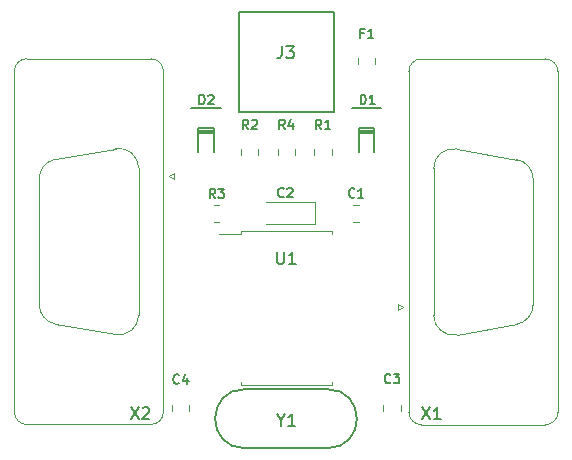
<source format=gbr>
%TF.GenerationSoftware,KiCad,Pcbnew,(5.1.6)-1*%
%TF.CreationDate,2021-06-08T09:34:39+02:00*%
%TF.ProjectId,Joyadapter_SMD,4a6f7961-6461-4707-9465-725f534d442e,rev?*%
%TF.SameCoordinates,Original*%
%TF.FileFunction,Legend,Top*%
%TF.FilePolarity,Positive*%
%FSLAX46Y46*%
G04 Gerber Fmt 4.6, Leading zero omitted, Abs format (unit mm)*
G04 Created by KiCad (PCBNEW (5.1.6)-1) date 2021-06-08 09:34:39*
%MOMM*%
%LPD*%
G01*
G04 APERTURE LIST*
%ADD10C,0.150000*%
%ADD11C,0.120000*%
G04 APERTURE END LIST*
D10*
%TO.C,J3*%
X145165000Y-88240000D02*
X145165000Y-96740000D01*
X153165000Y-88240000D02*
X153165000Y-96740000D01*
X153165000Y-96740000D02*
X145165000Y-96740000D01*
X145165000Y-88240000D02*
X153165000Y-88240000D01*
D11*
%TO.C,F1*%
X155255000Y-92128748D02*
X155255000Y-92651252D01*
X156675000Y-92128748D02*
X156675000Y-92651252D01*
%TO.C,R4*%
X148430000Y-99862936D02*
X148430000Y-100317064D01*
X149900000Y-99862936D02*
X149900000Y-100317064D01*
D10*
%TO.C,Y1*%
X152635000Y-125170000D02*
X145635000Y-125170000D01*
X152635000Y-120170000D02*
X145635000Y-120170000D01*
X145635000Y-125170000D02*
G75*
G02*
X145635000Y-120170000I0J2500000D01*
G01*
X152635000Y-120170000D02*
G75*
G02*
X152635000Y-125170000I0J-2500000D01*
G01*
D11*
%TO.C,X2*%
X138755000Y-93255000D02*
X138755000Y-122105000D01*
X137695000Y-123165000D02*
X127195000Y-123165000D01*
X126135000Y-122105000D02*
X126135000Y-93255000D01*
X127195000Y-92195000D02*
X137695000Y-92195000D01*
X139649338Y-101890000D02*
X139649338Y-102390000D01*
X139649338Y-102390000D02*
X139216325Y-102140000D01*
X139216325Y-102140000D02*
X139649338Y-101890000D01*
X136655000Y-101448311D02*
X136655000Y-113911689D01*
X128235000Y-102347579D02*
X128235000Y-113012421D01*
X134706744Y-115546470D02*
X129606744Y-114647202D01*
X134706744Y-99813530D02*
X129606744Y-100712798D01*
X129606744Y-114647202D02*
G75*
G02*
X128235000Y-113012421I288256J1634781D01*
G01*
X129606744Y-100712798D02*
G75*
G03*
X128235000Y-102347579I288256J-1634781D01*
G01*
X134706744Y-115546470D02*
G75*
G03*
X136655000Y-113911689I288256J1634781D01*
G01*
X134706744Y-99813530D02*
G75*
G02*
X136655000Y-101448311I288256J-1634781D01*
G01*
X126135000Y-122105000D02*
G75*
G03*
X127195000Y-123165000I1060000J0D01*
G01*
X126135000Y-93255000D02*
G75*
G02*
X127195000Y-92195000I1060000J0D01*
G01*
X137695000Y-123165000D02*
G75*
G03*
X138755000Y-122105000I0J1060000D01*
G01*
X138755000Y-93255000D02*
G75*
G03*
X137695000Y-92195000I-1060000J0D01*
G01*
%TO.C,R2*%
X145330000Y-100317064D02*
X145330000Y-99862936D01*
X146800000Y-100317064D02*
X146800000Y-99862936D01*
%TO.C,R1*%
X151530000Y-100317064D02*
X151530000Y-99862936D01*
X153000000Y-100317064D02*
X153000000Y-99862936D01*
%TO.C,C2*%
X147465000Y-106215000D02*
X151550000Y-106215000D01*
X151550000Y-106215000D02*
X151550000Y-104345000D01*
X151550000Y-104345000D02*
X147465000Y-104345000D01*
%TO.C,C1*%
X154803748Y-104545000D02*
X155326252Y-104545000D01*
X154803748Y-106015000D02*
X155326252Y-106015000D01*
D10*
%TO.C,D2*%
X141115000Y-96330000D02*
X143615000Y-96330000D01*
X141715000Y-98080000D02*
X143015000Y-98080000D01*
X143015000Y-98480000D02*
X141715000Y-98480000D01*
X141715000Y-98280000D02*
X143015000Y-98280000D01*
X141715000Y-100080000D02*
X141715000Y-98080000D01*
X143015000Y-98080000D02*
X143015000Y-100080000D01*
%TO.C,D1*%
X154715000Y-96330000D02*
X157215000Y-96330000D01*
X155315000Y-98080000D02*
X156615000Y-98080000D01*
X156615000Y-98480000D02*
X155315000Y-98480000D01*
X155315000Y-98280000D02*
X156615000Y-98280000D01*
X155315000Y-100080000D02*
X155315000Y-98080000D01*
X156615000Y-98080000D02*
X156615000Y-100080000D01*
D11*
%TO.C,X1*%
X159535000Y-122125000D02*
X159535000Y-93275000D01*
X160595000Y-92215000D02*
X171095000Y-92215000D01*
X172155000Y-93275000D02*
X172155000Y-122125000D01*
X171095000Y-123185000D02*
X160595000Y-123185000D01*
X158640662Y-113490000D02*
X158640662Y-112990000D01*
X158640662Y-112990000D02*
X159073675Y-113240000D01*
X159073675Y-113240000D02*
X158640662Y-113490000D01*
X161635000Y-113931689D02*
X161635000Y-101468311D01*
X170055000Y-113032421D02*
X170055000Y-102367579D01*
X163583256Y-99833530D02*
X168683256Y-100732798D01*
X163583256Y-115566470D02*
X168683256Y-114667202D01*
X168683256Y-100732798D02*
G75*
G02*
X170055000Y-102367579I-288256J-1634781D01*
G01*
X168683256Y-114667202D02*
G75*
G03*
X170055000Y-113032421I-288256J1634781D01*
G01*
X163583256Y-99833530D02*
G75*
G03*
X161635000Y-101468311I-288256J-1634781D01*
G01*
X163583256Y-115566470D02*
G75*
G02*
X161635000Y-113931689I-288256J1634781D01*
G01*
X172155000Y-93275000D02*
G75*
G03*
X171095000Y-92215000I-1060000J0D01*
G01*
X172155000Y-122125000D02*
G75*
G02*
X171095000Y-123185000I-1060000J0D01*
G01*
X160595000Y-92215000D02*
G75*
G03*
X159535000Y-93275000I0J-1060000D01*
G01*
X159535000Y-122125000D02*
G75*
G03*
X160595000Y-123185000I1060000J0D01*
G01*
%TO.C,U1*%
X149155000Y-119820000D02*
X153015000Y-119820000D01*
X153015000Y-119820000D02*
X153015000Y-119585000D01*
X149155000Y-119820000D02*
X145295000Y-119820000D01*
X145295000Y-119820000D02*
X145295000Y-119585000D01*
X149155000Y-106800000D02*
X153015000Y-106800000D01*
X153015000Y-106800000D02*
X153015000Y-107035000D01*
X149155000Y-106800000D02*
X145295000Y-106800000D01*
X145295000Y-106800000D02*
X145295000Y-107035000D01*
X145295000Y-107035000D02*
X143480000Y-107035000D01*
%TO.C,R3*%
X143037936Y-104545000D02*
X143492064Y-104545000D01*
X143037936Y-106015000D02*
X143492064Y-106015000D01*
%TO.C,C4*%
X139480000Y-122016252D02*
X139480000Y-121493748D01*
X140950000Y-122016252D02*
X140950000Y-121493748D01*
%TO.C,C3*%
X157390000Y-122021252D02*
X157390000Y-121498748D01*
X158860000Y-122021252D02*
X158860000Y-121498748D01*
%TO.C,J3*%
D10*
X148781666Y-91142380D02*
X148781666Y-91856666D01*
X148734047Y-91999523D01*
X148638809Y-92094761D01*
X148495952Y-92142380D01*
X148400714Y-92142380D01*
X149162619Y-91142380D02*
X149781666Y-91142380D01*
X149448333Y-91523333D01*
X149591190Y-91523333D01*
X149686428Y-91570952D01*
X149734047Y-91618571D01*
X149781666Y-91713809D01*
X149781666Y-91951904D01*
X149734047Y-92047142D01*
X149686428Y-92094761D01*
X149591190Y-92142380D01*
X149305476Y-92142380D01*
X149210238Y-92094761D01*
X149162619Y-92047142D01*
%TO.C,F1*%
X155698333Y-90032857D02*
X155431666Y-90032857D01*
X155431666Y-90451904D02*
X155431666Y-89651904D01*
X155812619Y-89651904D01*
X156536428Y-90451904D02*
X156079285Y-90451904D01*
X156307857Y-90451904D02*
X156307857Y-89651904D01*
X156231666Y-89766190D01*
X156155476Y-89842380D01*
X156079285Y-89880476D01*
%TO.C,R4*%
X149031666Y-98151904D02*
X148765000Y-97770952D01*
X148574523Y-98151904D02*
X148574523Y-97351904D01*
X148879285Y-97351904D01*
X148955476Y-97390000D01*
X148993571Y-97428095D01*
X149031666Y-97504285D01*
X149031666Y-97618571D01*
X148993571Y-97694761D01*
X148955476Y-97732857D01*
X148879285Y-97770952D01*
X148574523Y-97770952D01*
X149717380Y-97618571D02*
X149717380Y-98151904D01*
X149526904Y-97313809D02*
X149336428Y-97885238D01*
X149831666Y-97885238D01*
%TO.C,Y1*%
X148708809Y-122776190D02*
X148708809Y-123252380D01*
X148375476Y-122252380D02*
X148708809Y-122776190D01*
X149042142Y-122252380D01*
X149899285Y-123252380D02*
X149327857Y-123252380D01*
X149613571Y-123252380D02*
X149613571Y-122252380D01*
X149518333Y-122395238D01*
X149423095Y-122490476D01*
X149327857Y-122538095D01*
%TO.C,X2*%
X136005476Y-121682380D02*
X136672142Y-122682380D01*
X136672142Y-121682380D02*
X136005476Y-122682380D01*
X137005476Y-121777619D02*
X137053095Y-121730000D01*
X137148333Y-121682380D01*
X137386428Y-121682380D01*
X137481666Y-121730000D01*
X137529285Y-121777619D01*
X137576904Y-121872857D01*
X137576904Y-121968095D01*
X137529285Y-122110952D01*
X136957857Y-122682380D01*
X137576904Y-122682380D01*
%TO.C,R2*%
X145931666Y-98151904D02*
X145665000Y-97770952D01*
X145474523Y-98151904D02*
X145474523Y-97351904D01*
X145779285Y-97351904D01*
X145855476Y-97390000D01*
X145893571Y-97428095D01*
X145931666Y-97504285D01*
X145931666Y-97618571D01*
X145893571Y-97694761D01*
X145855476Y-97732857D01*
X145779285Y-97770952D01*
X145474523Y-97770952D01*
X146236428Y-97428095D02*
X146274523Y-97390000D01*
X146350714Y-97351904D01*
X146541190Y-97351904D01*
X146617380Y-97390000D01*
X146655476Y-97428095D01*
X146693571Y-97504285D01*
X146693571Y-97580476D01*
X146655476Y-97694761D01*
X146198333Y-98151904D01*
X146693571Y-98151904D01*
%TO.C,R1*%
X152131666Y-98151904D02*
X151865000Y-97770952D01*
X151674523Y-98151904D02*
X151674523Y-97351904D01*
X151979285Y-97351904D01*
X152055476Y-97390000D01*
X152093571Y-97428095D01*
X152131666Y-97504285D01*
X152131666Y-97618571D01*
X152093571Y-97694761D01*
X152055476Y-97732857D01*
X151979285Y-97770952D01*
X151674523Y-97770952D01*
X152893571Y-98151904D02*
X152436428Y-98151904D01*
X152665000Y-98151904D02*
X152665000Y-97351904D01*
X152588809Y-97466190D01*
X152512619Y-97542380D01*
X152436428Y-97580476D01*
%TO.C,C2*%
X148931666Y-103865714D02*
X148893571Y-103903809D01*
X148779285Y-103941904D01*
X148703095Y-103941904D01*
X148588809Y-103903809D01*
X148512619Y-103827619D01*
X148474523Y-103751428D01*
X148436428Y-103599047D01*
X148436428Y-103484761D01*
X148474523Y-103332380D01*
X148512619Y-103256190D01*
X148588809Y-103180000D01*
X148703095Y-103141904D01*
X148779285Y-103141904D01*
X148893571Y-103180000D01*
X148931666Y-103218095D01*
X149236428Y-103218095D02*
X149274523Y-103180000D01*
X149350714Y-103141904D01*
X149541190Y-103141904D01*
X149617380Y-103180000D01*
X149655476Y-103218095D01*
X149693571Y-103294285D01*
X149693571Y-103370476D01*
X149655476Y-103484761D01*
X149198333Y-103941904D01*
X149693571Y-103941904D01*
%TO.C,C1*%
X154931666Y-103885714D02*
X154893571Y-103923809D01*
X154779285Y-103961904D01*
X154703095Y-103961904D01*
X154588809Y-103923809D01*
X154512619Y-103847619D01*
X154474523Y-103771428D01*
X154436428Y-103619047D01*
X154436428Y-103504761D01*
X154474523Y-103352380D01*
X154512619Y-103276190D01*
X154588809Y-103200000D01*
X154703095Y-103161904D01*
X154779285Y-103161904D01*
X154893571Y-103200000D01*
X154931666Y-103238095D01*
X155693571Y-103961904D02*
X155236428Y-103961904D01*
X155465000Y-103961904D02*
X155465000Y-103161904D01*
X155388809Y-103276190D01*
X155312619Y-103352380D01*
X155236428Y-103390476D01*
%TO.C,D2*%
X141804523Y-96061904D02*
X141804523Y-95261904D01*
X141995000Y-95261904D01*
X142109285Y-95300000D01*
X142185476Y-95376190D01*
X142223571Y-95452380D01*
X142261666Y-95604761D01*
X142261666Y-95719047D01*
X142223571Y-95871428D01*
X142185476Y-95947619D01*
X142109285Y-96023809D01*
X141995000Y-96061904D01*
X141804523Y-96061904D01*
X142566428Y-95338095D02*
X142604523Y-95300000D01*
X142680714Y-95261904D01*
X142871190Y-95261904D01*
X142947380Y-95300000D01*
X142985476Y-95338095D01*
X143023571Y-95414285D01*
X143023571Y-95490476D01*
X142985476Y-95604761D01*
X142528333Y-96061904D01*
X143023571Y-96061904D01*
%TO.C,D1*%
X155444523Y-96061904D02*
X155444523Y-95261904D01*
X155635000Y-95261904D01*
X155749285Y-95300000D01*
X155825476Y-95376190D01*
X155863571Y-95452380D01*
X155901666Y-95604761D01*
X155901666Y-95719047D01*
X155863571Y-95871428D01*
X155825476Y-95947619D01*
X155749285Y-96023809D01*
X155635000Y-96061904D01*
X155444523Y-96061904D01*
X156663571Y-96061904D02*
X156206428Y-96061904D01*
X156435000Y-96061904D02*
X156435000Y-95261904D01*
X156358809Y-95376190D01*
X156282619Y-95452380D01*
X156206428Y-95490476D01*
%TO.C,X1*%
X160665476Y-121702380D02*
X161332142Y-122702380D01*
X161332142Y-121702380D02*
X160665476Y-122702380D01*
X162236904Y-122702380D02*
X161665476Y-122702380D01*
X161951190Y-122702380D02*
X161951190Y-121702380D01*
X161855952Y-121845238D01*
X161760714Y-121940476D01*
X161665476Y-121988095D01*
%TO.C,U1*%
X148393095Y-108562380D02*
X148393095Y-109371904D01*
X148440714Y-109467142D01*
X148488333Y-109514761D01*
X148583571Y-109562380D01*
X148774047Y-109562380D01*
X148869285Y-109514761D01*
X148916904Y-109467142D01*
X148964523Y-109371904D01*
X148964523Y-108562380D01*
X149964523Y-109562380D02*
X149393095Y-109562380D01*
X149678809Y-109562380D02*
X149678809Y-108562380D01*
X149583571Y-108705238D01*
X149488333Y-108800476D01*
X149393095Y-108848095D01*
%TO.C,R3*%
X143131666Y-103991904D02*
X142865000Y-103610952D01*
X142674523Y-103991904D02*
X142674523Y-103191904D01*
X142979285Y-103191904D01*
X143055476Y-103230000D01*
X143093571Y-103268095D01*
X143131666Y-103344285D01*
X143131666Y-103458571D01*
X143093571Y-103534761D01*
X143055476Y-103572857D01*
X142979285Y-103610952D01*
X142674523Y-103610952D01*
X143398333Y-103191904D02*
X143893571Y-103191904D01*
X143626904Y-103496666D01*
X143741190Y-103496666D01*
X143817380Y-103534761D01*
X143855476Y-103572857D01*
X143893571Y-103649047D01*
X143893571Y-103839523D01*
X143855476Y-103915714D01*
X143817380Y-103953809D01*
X143741190Y-103991904D01*
X143512619Y-103991904D01*
X143436428Y-103953809D01*
X143398333Y-103915714D01*
%TO.C,C4*%
X140091666Y-119655714D02*
X140053571Y-119693809D01*
X139939285Y-119731904D01*
X139863095Y-119731904D01*
X139748809Y-119693809D01*
X139672619Y-119617619D01*
X139634523Y-119541428D01*
X139596428Y-119389047D01*
X139596428Y-119274761D01*
X139634523Y-119122380D01*
X139672619Y-119046190D01*
X139748809Y-118970000D01*
X139863095Y-118931904D01*
X139939285Y-118931904D01*
X140053571Y-118970000D01*
X140091666Y-119008095D01*
X140777380Y-119198571D02*
X140777380Y-119731904D01*
X140586904Y-118893809D02*
X140396428Y-119465238D01*
X140891666Y-119465238D01*
%TO.C,C3*%
X157981666Y-119605714D02*
X157943571Y-119643809D01*
X157829285Y-119681904D01*
X157753095Y-119681904D01*
X157638809Y-119643809D01*
X157562619Y-119567619D01*
X157524523Y-119491428D01*
X157486428Y-119339047D01*
X157486428Y-119224761D01*
X157524523Y-119072380D01*
X157562619Y-118996190D01*
X157638809Y-118920000D01*
X157753095Y-118881904D01*
X157829285Y-118881904D01*
X157943571Y-118920000D01*
X157981666Y-118958095D01*
X158248333Y-118881904D02*
X158743571Y-118881904D01*
X158476904Y-119186666D01*
X158591190Y-119186666D01*
X158667380Y-119224761D01*
X158705476Y-119262857D01*
X158743571Y-119339047D01*
X158743571Y-119529523D01*
X158705476Y-119605714D01*
X158667380Y-119643809D01*
X158591190Y-119681904D01*
X158362619Y-119681904D01*
X158286428Y-119643809D01*
X158248333Y-119605714D01*
%TD*%
M02*

</source>
